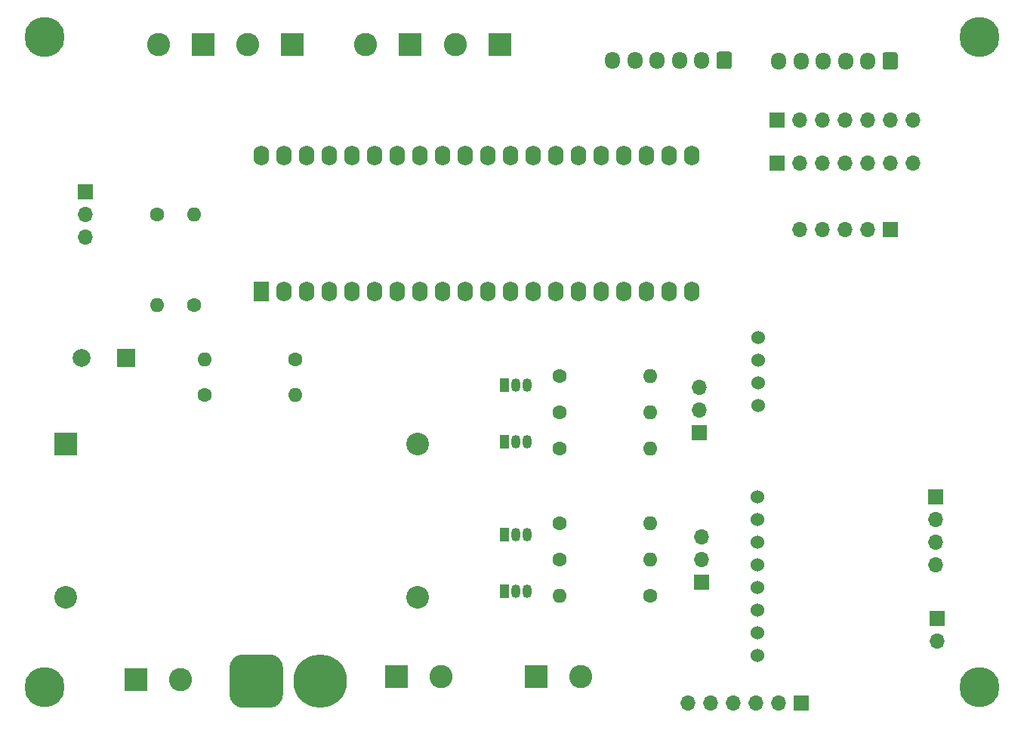
<source format=gbs>
%TF.GenerationSoftware,KiCad,Pcbnew,5.1.10-88a1d61d58~88~ubuntu20.04.1*%
%TF.CreationDate,2021-05-02T12:58:33-03:00*%
%TF.ProjectId,D3_Board,44335f42-6f61-4726-942e-6b696361645f,rev?*%
%TF.SameCoordinates,Original*%
%TF.FileFunction,Soldermask,Bot*%
%TF.FilePolarity,Negative*%
%FSLAX46Y46*%
G04 Gerber Fmt 4.6, Leading zero omitted, Abs format (unit mm)*
G04 Created by KiCad (PCBNEW 5.1.10-88a1d61d58~88~ubuntu20.04.1) date 2021-05-02 12:58:33*
%MOMM*%
%LPD*%
G01*
G04 APERTURE LIST*
%ADD10C,4.500000*%
%ADD11C,2.600000*%
%ADD12R,2.600000X2.600000*%
%ADD13C,1.524000*%
%ADD14C,2.540000*%
%ADD15R,2.540000X2.540000*%
%ADD16R,1.727200X2.250000*%
%ADD17O,1.727200X2.250000*%
%ADD18O,1.600000X1.600000*%
%ADD19C,1.600000*%
%ADD20R,1.050000X1.500000*%
%ADD21O,1.050000X1.500000*%
%ADD22O,1.700000X1.700000*%
%ADD23R,1.700000X1.700000*%
%ADD24O,1.700000X1.950000*%
%ADD25C,6.000000*%
%ADD26C,2.000000*%
%ADD27R,2.000000X2.000000*%
G04 APERTURE END LIST*
D10*
%TO.C,REF\u002A\u002A*%
X109920000Y-5080000D03*
%TD*%
%TO.C,REF\u002A\u002A*%
X109920000Y-77920000D03*
%TD*%
%TO.C,REF\u002A\u002A*%
X5080000Y-77920000D03*
%TD*%
%TO.C,REF\u002A\u002A*%
X5080000Y-5080000D03*
%TD*%
D11*
%TO.C,J5*%
X20367000Y-77152500D03*
D12*
X15367000Y-77152500D03*
%TD*%
D13*
%TO.C,U4*%
X85026500Y-74422000D03*
X85026500Y-71882000D03*
X85026500Y-69342000D03*
X85026500Y-66802000D03*
X85026500Y-64262000D03*
X85026500Y-61722000D03*
X85026500Y-59182000D03*
X85026500Y-56642000D03*
%TD*%
%TO.C,U3*%
X85090000Y-43878500D03*
X85090000Y-41338500D03*
X85090000Y-38798500D03*
X85090000Y-46418500D03*
%TD*%
D14*
%TO.C,U2*%
X46926500Y-50736500D03*
X7429500Y-67881500D03*
X46926500Y-67881500D03*
D15*
X7429500Y-50736500D03*
%TD*%
D16*
%TO.C,U1*%
X29413200Y-33591500D03*
D17*
X31953200Y-33591500D03*
X34493200Y-33591500D03*
X37033200Y-33591500D03*
X39573200Y-33591500D03*
X42113200Y-33591500D03*
X44653200Y-33591500D03*
X47193200Y-33591500D03*
X49733200Y-33591500D03*
X52273200Y-33591500D03*
X54813200Y-33591500D03*
X57353200Y-33591500D03*
X59893200Y-33591500D03*
X62433200Y-33591500D03*
X64973200Y-33591500D03*
X67513200Y-33591500D03*
X70053200Y-33591500D03*
X72593200Y-33591500D03*
X75133200Y-33591500D03*
X77673200Y-33591500D03*
X77673200Y-18351500D03*
X75133200Y-18351500D03*
X72593200Y-18351500D03*
X70053200Y-18351500D03*
X67513200Y-18351500D03*
X64973200Y-18351500D03*
X62433200Y-18351500D03*
X59893200Y-18351500D03*
X57353200Y-18351500D03*
X54813200Y-18351500D03*
X52273200Y-18351500D03*
X49733200Y-18351500D03*
X47193200Y-18351500D03*
X44653200Y-18351500D03*
X42113200Y-18351500D03*
X39573200Y-18351500D03*
X37033200Y-18351500D03*
X34493200Y-18351500D03*
X31953200Y-18351500D03*
X29362400Y-18351500D03*
%TD*%
D18*
%TO.C,R10*%
X21844000Y-24955500D03*
D19*
X21844000Y-35115500D03*
%TD*%
D18*
%TO.C,R9*%
X17716500Y-35115500D03*
D19*
X17716500Y-24955500D03*
%TD*%
D18*
%TO.C,R8*%
X73025000Y-51181000D03*
D19*
X62865000Y-51181000D03*
%TD*%
D18*
%TO.C,R7*%
X62865000Y-67691000D03*
D19*
X73025000Y-67691000D03*
%TD*%
D18*
%TO.C,R6*%
X73025000Y-47117000D03*
D19*
X62865000Y-47117000D03*
%TD*%
D18*
%TO.C,R5*%
X73025000Y-63627000D03*
D19*
X62865000Y-63627000D03*
%TD*%
D18*
%TO.C,R4*%
X73025000Y-43053000D03*
D19*
X62865000Y-43053000D03*
%TD*%
D18*
%TO.C,R3*%
X73025000Y-59563000D03*
D19*
X62865000Y-59563000D03*
%TD*%
D18*
%TO.C,R2*%
X23050500Y-41211500D03*
D19*
X33210500Y-41211500D03*
%TD*%
D18*
%TO.C,R1*%
X33210500Y-45212000D03*
D19*
X23050500Y-45212000D03*
%TD*%
D20*
%TO.C,Q4*%
X56642000Y-50419000D03*
D21*
X59182000Y-50419000D03*
X57912000Y-50419000D03*
%TD*%
D20*
%TO.C,Q3*%
X56642000Y-67183000D03*
D21*
X59182000Y-67183000D03*
X57912000Y-67183000D03*
%TD*%
D20*
%TO.C,Q2*%
X56642000Y-44069000D03*
D21*
X59182000Y-44069000D03*
X57912000Y-44069000D03*
%TD*%
D20*
%TO.C,Q1*%
X56642000Y-60833000D03*
D21*
X59182000Y-60833000D03*
X57912000Y-60833000D03*
%TD*%
D22*
%TO.C,M2*%
X78486000Y-44323000D03*
X78486000Y-46863000D03*
D23*
X78486000Y-49403000D03*
%TD*%
D22*
%TO.C,M1*%
X78740000Y-61087000D03*
X78740000Y-63627000D03*
D23*
X78740000Y-66167000D03*
%TD*%
D11*
%TO.C,J17*%
X41101000Y-5900000D03*
D12*
X46101000Y-5900000D03*
%TD*%
D11*
%TO.C,J16*%
X17834600Y-5900000D03*
D12*
X22834600Y-5900000D03*
%TD*%
D11*
%TO.C,J15*%
X51159400Y-5900000D03*
D12*
X56159400Y-5900000D03*
%TD*%
D11*
%TO.C,J14*%
X27893000Y-5900000D03*
D12*
X32893000Y-5900000D03*
%TD*%
D23*
%TO.C,J13*%
X105156000Y-70231000D03*
D22*
X105156000Y-72771000D03*
%TD*%
D23*
%TO.C,J12*%
X87249000Y-14351000D03*
D22*
X89789000Y-14351000D03*
X92329000Y-14351000D03*
X94869000Y-14351000D03*
X97409000Y-14351000D03*
X99949000Y-14351000D03*
X102489000Y-14351000D03*
%TD*%
%TO.C,J11*%
X102489000Y-19177000D03*
X99949000Y-19177000D03*
X97409000Y-19177000D03*
X94869000Y-19177000D03*
X92329000Y-19177000D03*
X89789000Y-19177000D03*
D23*
X87249000Y-19177000D03*
%TD*%
D22*
%TO.C,J10*%
X9652000Y-27495500D03*
X9652000Y-24955500D03*
D23*
X9652000Y-22415500D03*
%TD*%
D24*
%TO.C,J9*%
X87385500Y-7747000D03*
X89885500Y-7747000D03*
X92385500Y-7747000D03*
X94885500Y-7747000D03*
X97385500Y-7747000D03*
G36*
G01*
X100735500Y-7022000D02*
X100735500Y-8472000D01*
G75*
G02*
X100485500Y-8722000I-250000J0D01*
G01*
X99285500Y-8722000D01*
G75*
G02*
X99035500Y-8472000I0J250000D01*
G01*
X99035500Y-7022000D01*
G75*
G02*
X99285500Y-6772000I250000J0D01*
G01*
X100485500Y-6772000D01*
G75*
G02*
X100735500Y-7022000I0J-250000D01*
G01*
G37*
%TD*%
%TO.C,J8*%
X68780000Y-7683500D03*
X71280000Y-7683500D03*
X73780000Y-7683500D03*
X76280000Y-7683500D03*
X78780000Y-7683500D03*
G36*
G01*
X82130000Y-6958500D02*
X82130000Y-8408500D01*
G75*
G02*
X81880000Y-8658500I-250000J0D01*
G01*
X80680000Y-8658500D01*
G75*
G02*
X80430000Y-8408500I0J250000D01*
G01*
X80430000Y-6958500D01*
G75*
G02*
X80680000Y-6708500I250000J0D01*
G01*
X81880000Y-6708500D01*
G75*
G02*
X82130000Y-6958500I0J-250000D01*
G01*
G37*
%TD*%
D22*
%TO.C,J7*%
X77216000Y-79756000D03*
X79756000Y-79756000D03*
X82296000Y-79756000D03*
X84836000Y-79756000D03*
X87376000Y-79756000D03*
D23*
X89916000Y-79756000D03*
%TD*%
%TO.C,J6*%
X99949000Y-26670000D03*
D22*
X97409000Y-26670000D03*
X94869000Y-26670000D03*
X92329000Y-26670000D03*
X89789000Y-26670000D03*
%TD*%
D23*
%TO.C,J4*%
X105029000Y-56642000D03*
D22*
X105029000Y-59182000D03*
X105029000Y-61722000D03*
X105029000Y-64262000D03*
%TD*%
D11*
%TO.C,J3*%
X65198000Y-76771500D03*
D12*
X60198000Y-76771500D03*
%TD*%
D11*
%TO.C,J2*%
X49577000Y-76771500D03*
D12*
X44577000Y-76771500D03*
%TD*%
%TO.C,J1*%
G36*
G01*
X25829000Y-78779500D02*
X25829000Y-75779500D01*
G75*
G02*
X27329000Y-74279500I1500000J0D01*
G01*
X30329000Y-74279500D01*
G75*
G02*
X31829000Y-75779500I0J-1500000D01*
G01*
X31829000Y-78779500D01*
G75*
G02*
X30329000Y-80279500I-1500000J0D01*
G01*
X27329000Y-80279500D01*
G75*
G02*
X25829000Y-78779500I0J1500000D01*
G01*
G37*
D25*
X36029000Y-77279500D03*
%TD*%
D26*
%TO.C,C1*%
X9224000Y-41021000D03*
D27*
X14224000Y-41021000D03*
%TD*%
M02*

</source>
